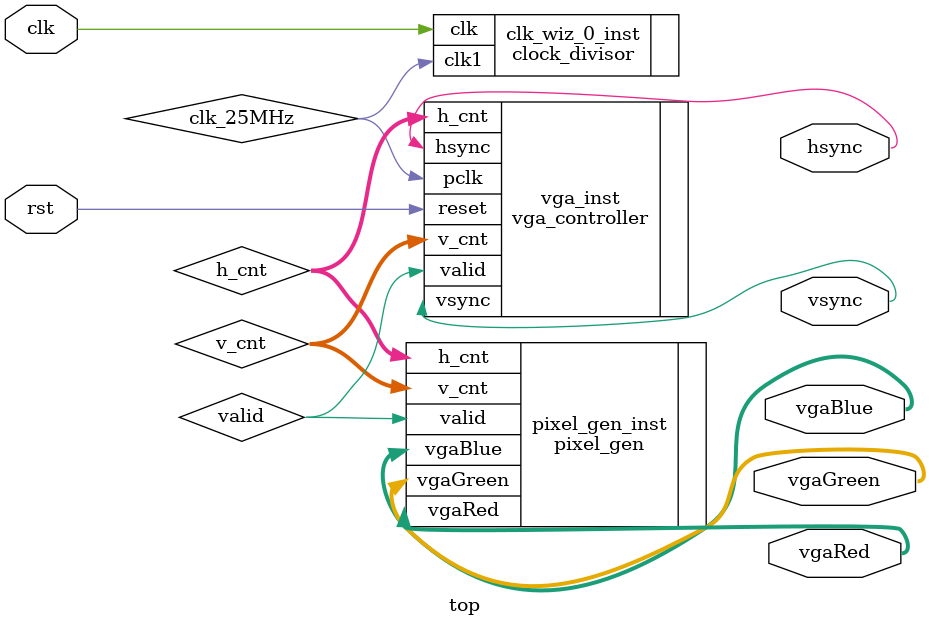
<source format=v>
module top(
   input clk,
   input rst,
   output [3:0] vgaRed,
   output [3:0] vgaGreen,
   output [3:0] vgaBlue,
   output hsync,
   output vsync
    );


    wire clk_25MHz;
    wire valid;
    wire [9:0] h_cnt; //640
    wire [9:0] v_cnt;  //480


     clock_divisor clk_wiz_0_inst(
      .clk(clk),
      .clk1(clk_25MHz)
    );

   pixel_gen pixel_gen_inst(
       .v_cnt(v_cnt),
       .h_cnt(h_cnt),
       .valid(valid),
       .vgaRed(vgaRed),
       .vgaGreen(vgaGreen),
       .vgaBlue(vgaBlue)
    );

    vga_controller   vga_inst(
      .pclk(clk_25MHz),
      .reset(rst),
      .hsync(hsync),
      .vsync(vsync),
      .valid(valid),
      .h_cnt(h_cnt),
      .v_cnt(v_cnt)
    );
      
endmodule

</source>
